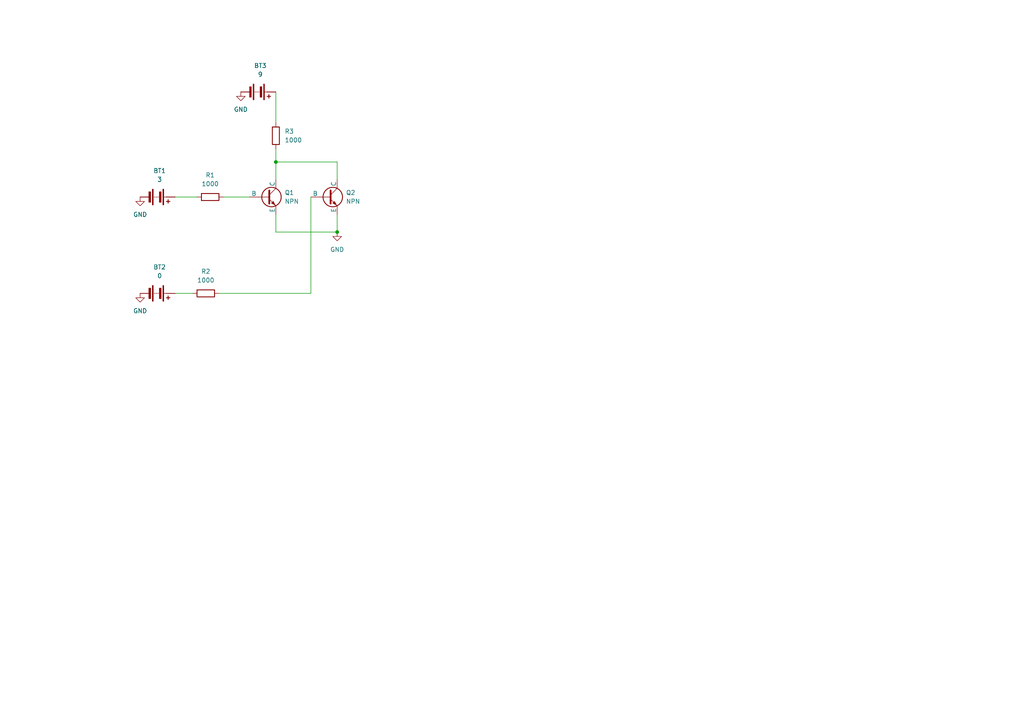
<source format=kicad_sch>
(kicad_sch (version 20230121) (generator eeschema)
  (paper "A4")
  (lib_symbols
    (symbol "Device:Battery" (pin_numbers hide) (pin_names (offset 0) hide)
      (property "Reference" "BT" (at 2.54 2.54 0))
      (property "Value" "Battery" (at 2.54 0 0))
      (symbol "Battery_0_1"
        (rectangle (start -2.286 -1.27) (end 2.286 -1.524) (fill (type outline)))
        (rectangle (start -2.286 1.778) (end 2.286 1.524) (fill (type outline)))
        (rectangle (start -1.524 -2.032) (end 1.524 -2.54) (fill (type outline)))
        (rectangle (start -1.524 1.016) (end 1.524 0.508) (fill (type outline)))
        (polyline (pts (xy 0 -1.016) (xy 0 -0.762)))
        (polyline (pts (xy 0 -0.508) (xy 0 -0.254)))
        (polyline (pts (xy 0 0) (xy 0 0.254)))
        (polyline (pts (xy 0 1.778) (xy 0 2.54)))
        (polyline (pts (xy 0.762 3.048) (xy 1.778 3.048)) (stroke (width 0.254)))
        (polyline (pts (xy 1.27 3.556) (xy 1.27 2.54)) (stroke (width 0.254)))
      )
      (symbol "Battery_1_1"
        (pin passive line (at 0 5.08 270) (length 2.54) (name "+") (number "1"))
        (pin passive line (at 0 -5.08 90) (length 2.54) (name "-") (number "2"))
      )
    )
    (symbol "Device:R" (pin_numbers hide) (pin_names (offset 0))
      (property "Reference" "R" (at 2.032 0 90))
      (property "Value" "R" (at 0 0 90))
      (symbol "R_0_1"
        (rectangle (start -1.016 -2.54) (end 1.016 2.54) (stroke (width 0.254)))
      )
      (symbol "R_1_1"
        (pin passive line (at 0 3.81 270) (length 1.27) (name "~") (number "1"))
        (pin passive line (at 0 -3.81 90) (length 1.27) (name "~") (number "2"))
      )
    )
    (symbol "Simulation_SPICE:NPN" (pin_numbers hide) (pin_names (offset 0))
      (property "Reference" "Q" (at -2.54 7.62 0))
      (property "Value" "NPN" (at -2.54 5.08 0))
      (symbol "NPN_0_1"
        (polyline (pts (xy -2.54 0) (xy 0.635 0)) (stroke (width 0.1524)))
        (polyline (pts (xy 0.635 0.635) (xy 2.54 2.54)))
        (polyline (pts (xy 2.794 -1.27) (xy 2.794 -1.27)) (stroke (width 0.1524)))
        (polyline (pts (xy 2.794 -1.27) (xy 2.794 -1.27)) (stroke (width 0.1524)))
        (polyline (pts (xy 0.635 -0.635) (xy 2.54 -2.54) (xy 2.54 -2.54)))
        (polyline (pts (xy 0.635 1.905) (xy 0.635 -1.905) (xy 0.635 -1.905)) (stroke (width 0.508)))
        (polyline (pts (xy 1.27 -1.778) (xy 1.778 -1.27) (xy 2.286 -2.286) (xy 1.27 -1.778) (xy 1.27 -1.778)) (fill (type outline)))
        (circle (center 1.27 0) (radius 2.8194) (stroke (width 0.254)))
      )
      (symbol "NPN_1_1"
        (pin open_collector line (at 2.54 5.08 270) (length 2.54) (name "C") (number "1"))
        (pin input line (at -5.08 0 0) (length 2.54) (name "B") (number "2"))
        (pin open_emitter line (at 2.54 -5.08 90) (length 2.54) (name "E") (number "3"))
      )
    )
    (symbol "power:GND" (power) (pin_names (offset 0))
      (property "Value" "GND" (at 0 -3.81 0))
      (symbol "GND_0_1"
        (polyline (pts (xy 0 0) (xy 0 -1.27) (xy 1.27 -1.27) (xy 0 -2.54) (xy -1.27 -1.27) (xy 0 -1.27)))
      )
      (symbol "GND_1_1"
        (pin power_in line (at 0 0 270) (length 0) hide (name "GND") (number "1"))
      )
    )
  )
  (junction (at 97.79 67.31))
  (junction (at 80.01 46.99))
  (wire (pts (xy 80.01 46.99) (xy 80.01 52.07)))
  (wire (pts (xy 80.01 62.23) (xy 80.01 67.31)))
  (wire (pts (xy 63.5 85.09) (xy 90.17 85.09)))
  (wire (pts (xy 64.77 57.15) (xy 72.39 57.15)))
  (wire (pts (xy 80.01 43.18) (xy 80.01 46.99)))
  (wire (pts (xy 97.79 46.99) (xy 97.79 52.07)))
  (wire (pts (xy 50.8 85.09) (xy 55.88 85.09)))
  (wire (pts (xy 97.79 62.23) (xy 97.79 67.31)))
  (wire (pts (xy 50.8 57.15) (xy 57.15 57.15)))
  (wire (pts (xy 90.17 85.09) (xy 90.17 57.15)))
  (wire (pts (xy 80.01 67.31) (xy 97.79 67.31)))
  (wire (pts (xy 80.01 26.67) (xy 80.01 35.56)))
  (wire (pts (xy 80.01 46.99) (xy 97.79 46.99)))
  (symbol (lib_id "Device:R") (at 60.96 57.15 90) (unit 1)
    (property "Reference" "R1" (at 60.96 50.8 90))
    (property "Value" "1000" (at 60.96 53.34 90))
  )
  (symbol (lib_id "Device:Battery") (at 45.72 85.09 270) (unit 1)
    (property "Reference" "BT2" (at 46.2915 77.47 90))
    (property "Value" "0" (at 46.2915 80.01 90))
    (property "Sim.Device" "V" (effects hide))
    (property "Sim.Type" "DC" (effects hide))
    (property "Sim.Pins" "1=+ 2=-" (effects hide))
    (property "Sim.Params" "dc=0" (effects hide))
  )
  (symbol (lib_id "Device:Battery") (at 45.72 57.15 270) (unit 1)
    (property "Reference" "BT1" (at 46.2915 49.53 90))
    (property "Value" "3" (at 46.2915 52.07 90))
    (property "Sim.Device" "V" (effects hide))
    (property "Sim.Type" "DC" (effects hide))
    (property "Sim.Pins" "1=+ 2=-" (effects hide))
    (property "Sim.Params" "dc=3" (effects hide))
  )
  (symbol (lib_id "Device:R") (at 80.01 39.37 0) (unit 1)
    (property "Reference" "R3" (at 82.55 38.1 0) (effects (justify left)))
    (property "Value" "1000" (at 82.55 40.64 0) (effects (justify left)))
  )
  (symbol (lib_id "Simulation_SPICE:NPN") (at 77.47 57.15 0) (unit 1)
    (property "Reference" "Q1" (at 82.55 55.88 0) (effects (justify left)))
    (property "Value" "NPN" (at 82.55 58.42 0) (effects (justify left)))
    (property "Sim.Device" "NPN" (effects hide))
    (property "Sim.Type" "GUMMELPOON" (effects hide))
    (property "Sim.Pins" "1=C 2=B 3=E" (effects hide))
  )
  (symbol (lib_id "Device:Battery") (at 74.93 26.67 270) (unit 1)
    (property "Reference" "BT3" (at 75.5015 19.05 90))
    (property "Value" "9" (at 75.5015 21.59 90))
    (property "Sim.Device" "V" (effects hide))
    (property "Sim.Type" "DC" (effects hide))
    (property "Sim.Pins" "1=+ 2=-" (effects hide))
    (property "Sim.Params" "dc=9" (effects hide))
  )
  (symbol (lib_id "power:GND") (at 40.64 57.15 0) (unit 1)
    (property "Reference" "#PWR03" (effects hide))
    (property "Value" "GND" (at 40.64 62.23 0))
  )
  (symbol (lib_id "Device:R") (at 59.69 85.09 90) (unit 1)
    (property "Reference" "R2" (at 59.69 78.74 90))
    (property "Value" "1000" (at 59.69 81.28 90))
  )
  (symbol (lib_id "power:GND") (at 40.64 85.09 0) (unit 1)
    (property "Reference" "#PWR02" (effects hide))
    (property "Value" "GND" (at 40.64 90.17 0))
  )
  (symbol (lib_id "power:GND") (at 69.85 26.67 0) (unit 1)
    (property "Reference" "#PWR04" (effects hide))
    (property "Value" "GND" (at 69.85 31.75 0))
  )
  (symbol (lib_id "Simulation_SPICE:NPN") (at 95.25 57.15 0) (unit 1)
    (property "Reference" "Q2" (at 100.33 55.88 0) (effects (justify left)))
    (property "Value" "NPN" (at 100.33 58.42 0) (effects (justify left)))
    (property "Sim.Device" "NPN" (effects hide))
    (property "Sim.Type" "GUMMELPOON" (effects hide))
    (property "Sim.Pins" "1=C 2=B 3=E" (effects hide))
  )
  (symbol (lib_id "power:GND") (at 97.79 67.31 0) (unit 1)
    (property "Reference" "#PWR01" (effects hide))
    (property "Value" "GND" (at 97.79 72.39 0))
  )
)
</source>
